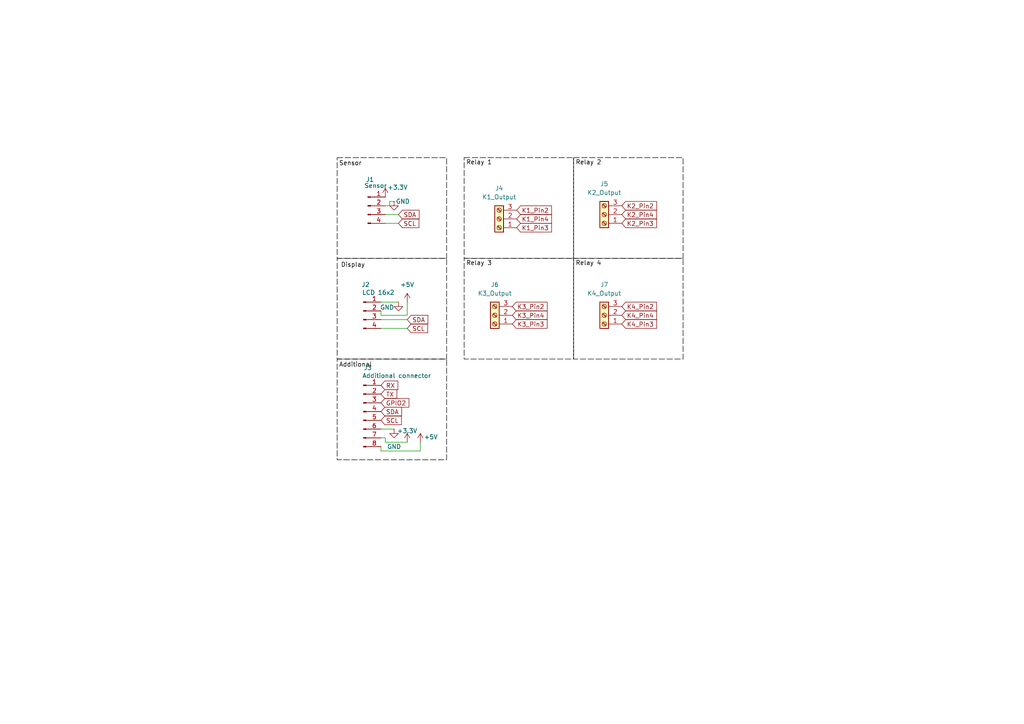
<source format=kicad_sch>
(kicad_sch (version 20250114) (generator "eeschema") (generator_version "9.0")
  (paper "A4")
  (title_block (title "Raspberry Pi Pico Logger - Connectors") (date "2025-06-21") (rev "2.0") (company "Creator: Piotr Kłyś"))
  (lib_symbols
    (symbol "Connector:Conn_01x04_Pin" (pin_names (offset 1.016) (hide yes))
      (property "Reference" "J" (at 0 5.08 0))
      (property "Value" "Conn_01x04_Pin" (at 0 -7.62 0))
      (symbol "Conn_01x04_Pin_1_1"
        (rectangle (start 0.8636 2.667) (end 0 2.413) (stroke (width 0.1524)) (fill (type outline)))
        (rectangle (start 0.8636 0.127) (end 0 -0.127) (stroke (width 0.1524)) (fill (type outline)))
        (rectangle (start 0.8636 -2.413) (end 0 -2.667) (stroke (width 0.1524)) (fill (type outline)))
        (rectangle (start 0.8636 -4.953) (end 0 -5.207) (stroke (width 0.1524)) (fill (type outline)))
        (polyline (pts (xy 1.27 2.54) (xy 0.8636 2.54)) (stroke (width 0.1524)))
        (polyline (pts (xy 1.27 0) (xy 0.8636 0)) (stroke (width 0.1524)))
        (polyline (pts (xy 1.27 -2.54) (xy 0.8636 -2.54)) (stroke (width 0.1524)))
        (polyline (pts (xy 1.27 -5.08) (xy 0.8636 -5.08)) (stroke (width 0.1524)))
        (pin passive line (at 5.08 2.54 180) (length 3.81) (name "Pin_1") (number "1"))
        (pin passive line (at 5.08 0 180) (length 3.81) (name "Pin_2") (number "2"))
        (pin passive line (at 5.08 -2.54 180) (length 3.81) (name "Pin_3") (number "3"))
        (pin passive line (at 5.08 -5.08 180) (length 3.81) (name "Pin_4") (number "4"))
      )
    )
    (symbol "Connector:Conn_01x08_Pin" (pin_names (offset 1.016) (hide yes))
      (property "Reference" "J" (at 0 10.16 0))
      (property "Value" "Conn_01x08_Pin" (at 0 -12.7 0))
      (symbol "Conn_01x08_Pin_1_1"
        (rectangle (start 0.8636 7.747) (end 0 7.493) (stroke (width 0.1524)) (fill (type outline)))
        (rectangle (start 0.8636 5.207) (end 0 4.953) (stroke (width 0.1524)) (fill (type outline)))
        (rectangle (start 0.8636 2.667) (end 0 2.413) (stroke (width 0.1524)) (fill (type outline)))
        (rectangle (start 0.8636 0.127) (end 0 -0.127) (stroke (width 0.1524)) (fill (type outline)))
        (rectangle (start 0.8636 -2.413) (end 0 -2.667) (stroke (width 0.1524)) (fill (type outline)))
        (rectangle (start 0.8636 -4.953) (end 0 -5.207) (stroke (width 0.1524)) (fill (type outline)))
        (rectangle (start 0.8636 -7.493) (end 0 -7.747) (stroke (width 0.1524)) (fill (type outline)))
        (rectangle (start 0.8636 -10.033) (end 0 -10.287) (stroke (width 0.1524)) (fill (type outline)))
        (polyline (pts (xy 1.27 7.62) (xy 0.8636 7.62)) (stroke (width 0.1524)))
        (polyline (pts (xy 1.27 5.08) (xy 0.8636 5.08)) (stroke (width 0.1524)))
        (polyline (pts (xy 1.27 2.54) (xy 0.8636 2.54)) (stroke (width 0.1524)))
        (polyline (pts (xy 1.27 0) (xy 0.8636 0)) (stroke (width 0.1524)))
        (polyline (pts (xy 1.27 -2.54) (xy 0.8636 -2.54)) (stroke (width 0.1524)))
        (polyline (pts (xy 1.27 -5.08) (xy 0.8636 -5.08)) (stroke (width 0.1524)))
        (polyline (pts (xy 1.27 -7.62) (xy 0.8636 -7.62)) (stroke (width 0.1524)))
        (polyline (pts (xy 1.27 -10.16) (xy 0.8636 -10.16)) (stroke (width 0.1524)))
        (pin passive line (at 5.08 7.62 180) (length 3.81) (name "Pin_1") (number "1"))
        (pin passive line (at 5.08 5.08 180) (length 3.81) (name "Pin_2") (number "2"))
        (pin passive line (at 5.08 2.54 180) (length 3.81) (name "Pin_3") (number "3"))
        (pin passive line (at 5.08 0 180) (length 3.81) (name "Pin_4") (number "4"))
        (pin passive line (at 5.08 -2.54 180) (length 3.81) (name "Pin_5") (number "5"))
        (pin passive line (at 5.08 -5.08 180) (length 3.81) (name "Pin_6") (number "6"))
        (pin passive line (at 5.08 -7.62 180) (length 3.81) (name "Pin_7") (number "7"))
        (pin passive line (at 5.08 -10.16 180) (length 3.81) (name "Pin_8") (number "8"))
      )
    )
    (symbol "Connector:Screw_Terminal_01x03" (pin_names (offset 1.016) (hide yes))
      (property "Reference" "J" (at 0 5.08 0))
      (property "Value" "Screw_Terminal_01x03" (at 0 -5.08 0))
      (symbol "Screw_Terminal_01x03_1_1"
        (rectangle (start -1.27 3.81) (end 1.27 -3.81) (stroke (width 0.254)) (fill (type background)))
        (polyline (pts (xy -0.5334 2.8702) (xy 0.3302 2.032)) (stroke (width 0.1524)))
        (polyline (pts (xy -0.5334 0.3302) (xy 0.3302 -0.508)) (stroke (width 0.1524)))
        (polyline (pts (xy -0.5334 -2.2098) (xy 0.3302 -3.048)) (stroke (width 0.1524)))
        (polyline (pts (xy -0.3556 3.048) (xy 0.508 2.2098)) (stroke (width 0.1524)))
        (polyline (pts (xy -0.3556 0.508) (xy 0.508 -0.3302)) (stroke (width 0.1524)))
        (polyline (pts (xy -0.3556 -2.032) (xy 0.508 -2.8702)) (stroke (width 0.1524)))
        (circle (center 0 2.54) (radius 0.635) (stroke (width 0.1524)))
        (circle (center 0 0) (radius 0.635) (stroke (width 0.1524)))
        (circle (center 0 -2.54) (radius 0.635) (stroke (width 0.1524)))
        (pin passive line (at -5.08 2.54 0) (length 3.81) (name "Pin_1") (number "1"))
        (pin passive line (at -5.08 0 0) (length 3.81) (name "Pin_2") (number "2"))
        (pin passive line (at -5.08 -2.54 0) (length 3.81) (name "Pin_3") (number "3"))
      )
    )
    (symbol "power:+3.3V" (power) (pin_numbers (hide yes)) (pin_names (offset 0) (hide yes))
      (property "Value" "+3.3V" (at 0 3.556 0))
      (symbol "+3.3V_0_1"
        (polyline (pts (xy -0.762 1.27) (xy 0 2.54)))
        (polyline (pts (xy 0 2.54) (xy 0.762 1.27)))
        (polyline (pts (xy 0 0) (xy 0 2.54)))
      )
      (symbol "+3.3V_1_1"
        (pin power_in line (at 0 0 90) (length 0) (name "~") (number "1"))
      )
    )
    (symbol "power:+5V" (power) (pin_numbers (hide yes)) (pin_names (offset 0) (hide yes))
      (property "Value" "+5V" (at 0 3.556 0))
      (symbol "+5V_0_1"
        (polyline (pts (xy -0.762 1.27) (xy 0 2.54)))
        (polyline (pts (xy 0 2.54) (xy 0.762 1.27)))
        (polyline (pts (xy 0 0) (xy 0 2.54)))
      )
      (symbol "+5V_1_1"
        (pin power_in line (at 0 0 90) (length 0) (name "~") (number "1"))
      )
    )
    (symbol "power:GND" (power) (pin_numbers (hide yes)) (pin_names (offset 0) (hide yes))
      (property "Value" "GND" (at 0 -3.81 0))
      (symbol "GND_0_1"
        (polyline (pts (xy 0 0) (xy 0 -1.27) (xy 1.27 -1.27) (xy 0 -2.54) (xy -1.27 -1.27) (xy 0 -1.27)))
      )
      (symbol "GND_1_1"
        (pin power_in line (at 0 0 270) (length 0) (name "~") (number "1"))
      )
    )
  )
  (rectangle (start 134.62 45.72) (end 166.37 74.93) (stroke (width 0) (type dash) (color 0 0 0 1)))
  (rectangle (start 97.79 74.93) (end 129.54 104.14) (stroke (width 0) (type dash) (color 0 0 0 1)))
  (rectangle (start 166.37 74.93) (end 198.12 104.14) (stroke (width 0) (type dash) (color 0 0 0 1)))
  (rectangle (start 97.79 104.14) (end 129.54 133.35) (stroke (width 0) (type dash) (color 0 0 0 1)))
  (rectangle (start 134.62 74.93) (end 166.37 104.14) (stroke (width 0) (type dash) (color 0 0 0 1)))
  (rectangle (start 166.37 45.72) (end 198.12 74.93) (stroke (width 0) (type dash) (color 0 0 0 1)))
  (rectangle (start 97.79 45.72) (end 129.54 74.93) (stroke (width 0) (type dash) (color 0 0 0 1)))
  (text "Relay 4" (at 170.688 76.454 0) (effects (font (size 1.27 1.27))))
  (text "Additional" (at 103.124 105.918 0) (effects (font (size 1.27 1.27))))
  (text "Relay 3" (at 138.938 76.454 0) (effects (font (size 1.27 1.27))))
  (text "Relay 1" (at 138.938 47.244 0) (effects (font (size 1.27 1.27))))
  (text "Display" (at 102.362 76.962 0) (effects (font (size 1.27 1.27))))
  (text "Sensor " (at 102.108 47.498 0) (effects (font (size 1.27 1.27))))
  (text "Relay 2" (at 170.688 47.244 0) (effects (font (size 1.27 1.27))))
  (wire (pts (xy 110.49 95.25) (xy 118.11 95.25)))
  (wire (pts (xy 121.92 130.81) (xy 110.49 130.81)))
  (wire (pts (xy 113.03 58.42) (xy 113.03 59.69)))
  (wire (pts (xy 110.49 124.46) (xy 114.3 124.46)))
  (wire (pts (xy 118.11 87.63) (xy 118.11 91.44)))
  (wire (pts (xy 113.03 59.69) (xy 111.76 59.69)))
  (wire (pts (xy 111.76 128.27) (xy 111.76 127)))
  (wire (pts (xy 111.76 64.77) (xy 115.57 64.77)))
  (wire (pts (xy 121.92 128.27) (xy 121.92 130.81)))
  (wire (pts (xy 110.49 130.81) (xy 110.49 129.54)))
  (wire (pts (xy 110.49 92.71) (xy 118.11 92.71)))
  (wire (pts (xy 110.49 127) (xy 111.76 127)))
  (wire (pts (xy 118.11 128.27) (xy 111.76 128.27)))
  (wire (pts (xy 110.49 91.44) (xy 118.11 91.44)))
  (wire (pts (xy 110.49 87.63) (xy 115.57 87.63)))
  (wire (pts (xy 111.76 62.23) (xy 115.57 62.23)))
  (wire (pts (xy 110.49 91.44) (xy 110.49 90.17)))
  (wire (pts (xy 113.03 58.42) (xy 114.3 58.42)))
  (global_label "SCL" (shape input) (at 118.11 95.25 0) (property "Intersheetrefs" "${INTERSHEET_REFS}" (effects (hide yes))))
  (global_label "TX" (shape input) (at 110.49 114.3 0) (property "Intersheetrefs" "${INTERSHEET_REFS}" (effects (hide yes))))
  (global_label "SCL" (shape input) (at 115.57 64.77 0) (property "Intersheetrefs" "${INTERSHEET_REFS}" (effects (hide yes))))
  (global_label "K4_Pin2" (shape input) (at 180.34 88.9 0) (property "Intersheetrefs" "${INTERSHEET_REFS}" (effects (hide yes))))
  (global_label "SCL" (shape input) (at 110.49 121.92 0) (property "Intersheetrefs" "${INTERSHEET_REFS}" (effects (hide yes))))
  (global_label "K3_Pin3" (shape input) (at 148.59 93.98 0) (property "Intersheetrefs" "${INTERSHEET_REFS}" (effects (hide yes))))
  (global_label "K2_Pin4" (shape input) (at 180.34 62.23 0) (property "Intersheetrefs" "${INTERSHEET_REFS}" (effects (hide yes))))
  (global_label "K1_Pin2" (shape input) (at 149.86 60.96 0) (property "Intersheetrefs" "${INTERSHEET_REFS}" (effects (hide yes))))
  (global_label "SDA" (shape input) (at 118.11 92.71 0) (property "Intersheetrefs" "${INTERSHEET_REFS}" (effects (hide yes))))
  (global_label "SDA" (shape input) (at 115.57 62.23 0) (property "Intersheetrefs" "${INTERSHEET_REFS}" (effects (hide yes))))
  (global_label "K2_Pin3" (shape input) (at 180.34 64.77 0) (property "Intersheetrefs" "${INTERSHEET_REFS}" (effects (hide yes))))
  (global_label "SDA" (shape input) (at 110.49 119.38 0) (property "Intersheetrefs" "${INTERSHEET_REFS}" (effects (hide yes))))
  (global_label "K4_Pin4" (shape input) (at 180.34 91.44 0) (property "Intersheetrefs" "${INTERSHEET_REFS}" (effects (hide yes))))
  (global_label "K4_Pin3" (shape input) (at 180.34 93.98 0) (property "Intersheetrefs" "${INTERSHEET_REFS}" (effects (hide yes))))
  (global_label "K3_Pin4" (shape input) (at 148.59 91.44 0) (property "Intersheetrefs" "${INTERSHEET_REFS}" (effects (hide yes))))
  (global_label "K1_Pin3" (shape input) (at 149.86 66.04 0) (property "Intersheetrefs" "${INTERSHEET_REFS}" (effects (hide yes))))
  (global_label "K1_Pin4" (shape input) (at 149.86 63.5 0) (property "Intersheetrefs" "${INTERSHEET_REFS}" (effects (hide yes))))
  (global_label "RX" (shape input) (at 110.49 111.76 0) (property "Intersheetrefs" "${INTERSHEET_REFS}" (effects (hide yes))))
  (global_label "K3_Pin2" (shape input) (at 148.59 88.9 0) (property "Intersheetrefs" "${INTERSHEET_REFS}" (effects (hide yes))))
  (global_label "GPIO2" (shape input) (at 110.49 116.84 0) (property "Intersheetrefs" "${INTERSHEET_REFS}" (effects (hide yes))))
  (global_label "K2_Pin2" (shape input) (at 180.34 59.69 0) (property "Intersheetrefs" "${INTERSHEET_REFS}" (effects (hide yes))))
  (symbol (lib_id "Connector:Conn_01x08_Pin") (at 105.41 119.38 0) (unit 1)
    (property "Reference" "J3" (at 106.68 106.68 0))
    (property "Value" "Additional connector" (at 115.062 108.966 0))
    (property "Footprint" "Connector_PinHeader_2.54mm:PinHeader_1x08_P2.54mm_Horizontal" (effects (hide yes)))
    (property "Description" "Generic connector, single row, 01x08, script generated" (effects (hide yes)))
  )
  (symbol (lib_id "power:+5V") (at 121.92 128.27 0) (unit 1)
    (property "Reference" "#PWR017" (effects (hide yes)))
    (property "Value" "+5V" (at 124.968 126.746 0))
    (property "Description" "Power symbol creates a global label with name \"+5V\"" (effects (hide yes)))
  )
  (symbol (lib_id "Connector:Conn_01x04_Pin") (at 105.41 90.17 0) (unit 1)
    (property "Reference" "J2" (at 106.045 82.55 0))
    (property "Value" "LCD 16x2" (at 109.728 84.836 0))
    (property "Footprint" "Connector_PinHeader_2.54mm:PinHeader_1x04_P2.54mm_Vertical" (effects (hide yes)))
    (property "Description" "Generic connector, single row, 01x04, script generated" (effects (hide yes)))
  )
  (symbol (lib_id "power:GND") (at 114.3 124.46 0) (unit 1)
    (property "Reference" "#PWR012" (effects (hide yes)))
    (property "Value" "GND" (at 114.3 129.54 0))
    (property "Description" "Power symbol creates a global label with name \"GND\" , ground" (effects (hide yes)))
  )
  (symbol (lib_id "Connector:Screw_Terminal_01x03") (at 175.26 91.44 180) (unit 1)
    (property "Reference" "J7" (at 175.26 82.55 0))
    (property "Value" "K4_Output" (at 175.26 85.09 0))
    (property "Footprint" "TerminalBlock_Phoenix:TerminalBlock_Phoenix_MKDS-1,5-3_1x03_P5.00mm_Horizontal" (effects (hide yes)))
    (property "Description" "Generic screw terminal, single row, 01x03, script generated (kicad-library-utils/schlib/autogen/connector/)" (effects (hide yes)))
  )
  (symbol (lib_id "power:+3.3V") (at 118.11 128.27 0) (unit 1)
    (property "Reference" "#PWR018" (effects (hide yes)))
    (property "Value" "+3.3V" (at 118.11 124.968 0))
    (property "Description" "Power symbol creates a global label with name \"+3.3V\"" (effects (hide yes)))
  )
  (symbol (lib_id "power:GND") (at 114.3 58.42 0) (unit 1)
    (property "Reference" "#PWR014" (effects (hide yes)))
    (property "Value" "GND" (at 116.84 58.42 0))
    (property "Description" "Power symbol creates a global label with name \"GND\" , ground" (effects (hide yes)))
  )
  (symbol (lib_id "Connector:Conn_01x04_Pin") (at 106.68 59.69 0) (unit 1)
    (property "Reference" "J1" (at 107.315 52.07 0))
    (property "Value" "Sensor" (at 108.966 53.848 0))
    (property "Footprint" "Connector_PinHeader_2.54mm:PinHeader_1x04_P2.54mm_Vertical" (effects (hide yes)))
    (property "Description" "Generic connector, single row, 01x04, script generated" (effects (hide yes)))
  )
  (symbol (lib_id "Connector:Screw_Terminal_01x03") (at 143.51 91.44 180) (unit 1)
    (property "Reference" "J6" (at 143.51 82.55 0))
    (property "Value" "K3_Output" (at 143.51 85.09 0))
    (property "Footprint" "TerminalBlock_Phoenix:TerminalBlock_Phoenix_MKDS-1,5-3_1x03_P5.00mm_Horizontal" (effects (hide yes)))
    (property "Description" "Generic screw terminal, single row, 01x03, script generated (kicad-library-utils/schlib/autogen/connector/)" (effects (hide yes)))
  )
  (symbol (lib_id "Connector:Screw_Terminal_01x03") (at 144.78 63.5 180) (unit 1)
    (property "Reference" "J4" (at 144.78 54.61 0))
    (property "Value" "K1_Output" (at 144.78 57.15 0))
    (property "Footprint" "TerminalBlock_Phoenix:TerminalBlock_Phoenix_MKDS-1,5-3_1x03_P5.00mm_Horizontal" (effects (hide yes)))
    (property "Description" "Generic screw terminal, single row, 01x03, script generated (kicad-library-utils/schlib/autogen/connector/)" (effects (hide yes)))
  )
  (symbol (lib_id "power:+3.3V") (at 111.76 57.15 0) (unit 1)
    (property "Reference" "#PWR020" (effects (hide yes)))
    (property "Value" "+3.3V" (at 115.316 54.356 0))
    (property "Description" "Power symbol creates a global label with name \"+3.3V\"" (effects (hide yes)))
  )
  (symbol (lib_id "Connector:Screw_Terminal_01x03") (at 175.26 62.23 180) (unit 1)
    (property "Reference" "J5" (at 175.26 53.34 0))
    (property "Value" "K2_Output" (at 175.26 55.88 0))
    (property "Footprint" "TerminalBlock_Phoenix:TerminalBlock_Phoenix_MKDS-1,5-3_1x03_P5.00mm_Horizontal" (effects (hide yes)))
    (property "Description" "Generic screw terminal, single row, 01x03, script generated (kicad-library-utils/schlib/autogen/connector/)" (effects (hide yes)))
  )
  (symbol (lib_id "power:GND") (at 115.57 87.63 0) (unit 1)
    (property "Reference" "#PWR013" (effects (hide yes)))
    (property "Value" "GND" (at 112.268 89.154 0))
    (property "Description" "Power symbol creates a global label with name \"GND\" , ground" (effects (hide yes)))
  )
  (symbol (lib_id "power:+5V") (at 118.11 87.63 0) (unit 1)
    (property "Reference" "#PWR019" (effects (hide yes)))
    (property "Value" "+5V" (at 118.11 82.55 0))
    (property "Description" "Power symbol creates a global label with name \"+5V\"" (effects (hide yes)))
  )
)
</source>
